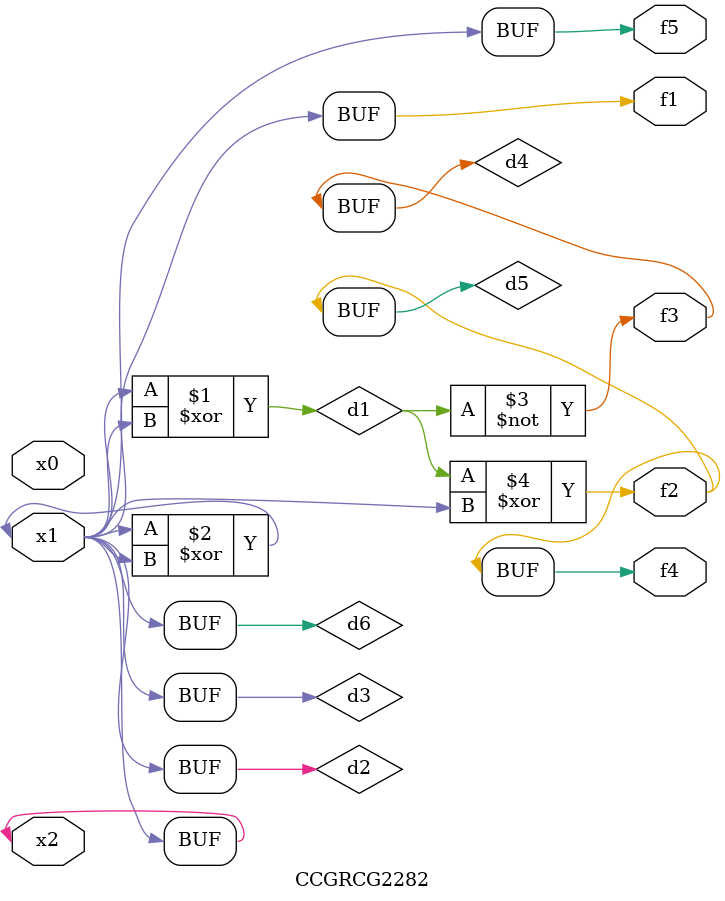
<source format=v>
module CCGRCG2282(
	input x0, x1, x2,
	output f1, f2, f3, f4, f5
);

	wire d1, d2, d3, d4, d5, d6;

	xor (d1, x1, x2);
	buf (d2, x1, x2);
	xor (d3, x1, x2);
	nor (d4, d1);
	xor (d5, d1, d2);
	buf (d6, d2, d3);
	assign f1 = d6;
	assign f2 = d5;
	assign f3 = d4;
	assign f4 = d5;
	assign f5 = d6;
endmodule

</source>
